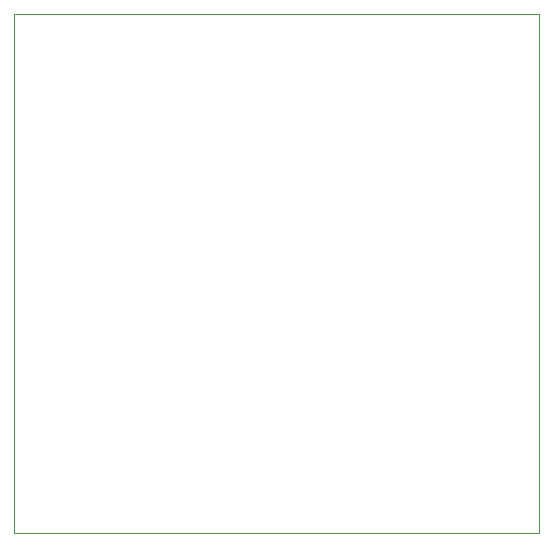
<source format=gbr>
%TF.GenerationSoftware,KiCad,Pcbnew,6.0.7-1.fc36*%
%TF.CreationDate,2022-08-25T22:11:40-05:00*%
%TF.ProjectId,ses-badge,7365732d-6261-4646-9765-2e6b69636164,rev?*%
%TF.SameCoordinates,Original*%
%TF.FileFunction,Profile,NP*%
%FSLAX46Y46*%
G04 Gerber Fmt 4.6, Leading zero omitted, Abs format (unit mm)*
G04 Created by KiCad (PCBNEW 6.0.7-1.fc36) date 2022-08-25 22:11:40*
%MOMM*%
%LPD*%
G01*
G04 APERTURE LIST*
%TA.AperFunction,Profile*%
%ADD10C,0.100000*%
%TD*%
G04 APERTURE END LIST*
D10*
X111500000Y-112000000D02*
X111500000Y-68000000D01*
X111500000Y-68000000D02*
X156000000Y-68000000D01*
X156000000Y-112000000D02*
X111500000Y-112000000D01*
X156000000Y-68000000D02*
X156000000Y-112000000D01*
M02*

</source>
